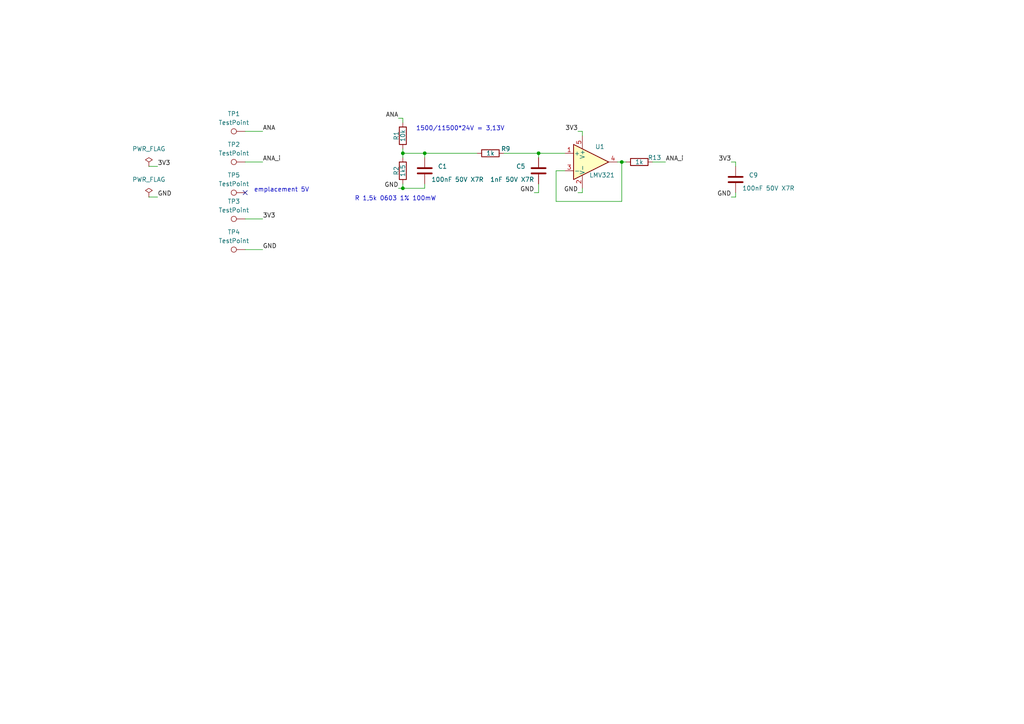
<source format=kicad_sch>
(kicad_sch (version 20231120) (generator "eeschema") (generator_version "8.0")
  (paper "A4")
  (title_block (title "IN ANA ") (date "2024-12-03") (rev "0"))
  (lib_symbols
    (symbol "Amplifier_Operational:LMV321" (pin_names (offset 0.127))
      (property "Reference" "U" (at 0 5.08 0))
      (property "Value" "LMV321" (at 0 -5.08 0))
      (symbol "LMV321_0_1"
        (polyline (pts (xy -5.08 5.08) (xy 5.08 0) (xy -5.08 -5.08) (xy -5.08 5.08)) (stroke (width 0.254)) (fill (type background)))
        (pin power_in line (at -2.54 -7.62 90) (length 3.81) (name "V-") (number "2"))
        (pin power_in line (at -2.54 7.62 270) (length 3.81) (name "V+") (number "5"))
      )
      (symbol "LMV321_1_1"
        (pin input line (at -7.62 2.54 0) (length 2.54) (name "+") (number "1"))
        (pin input line (at -7.62 -2.54 0) (length 2.54) (name "-") (number "3"))
        (pin output line (at 7.62 0 180) (length 2.54) (name "~") (number "4"))
      )
    )
    (symbol "Connector:TestPoint" (pin_numbers hide) (pin_names (offset 0.762) hide)
      (property "Reference" "TP" (at 0 6.858 0))
      (property "Value" "TestPoint" (at 0 5.08 0))
      (symbol "TestPoint_0_1"
        (circle (center 0 3.302) (radius 0.762))
      )
      (symbol "TestPoint_1_1"
        (pin passive line (at 0 0 90) (length 2.54) (name "1") (number "1"))
      )
    )
    (symbol "Device:C" (pin_numbers hide) (pin_names (offset 0.254))
      (property "Reference" "C" (at 0.635 2.54 0))
      (property "Value" "C" (at 0.635 -2.54 0))
      (symbol "C_0_1"
        (polyline (pts (xy -2.032 -0.762) (xy 2.032 -0.762)) (stroke (width 0.508)))
        (polyline (pts (xy -2.032 0.762) (xy 2.032 0.762)) (stroke (width 0.508)))
      )
      (symbol "C_1_1"
        (pin passive line (at 0 3.81 270) (length 2.794) (name "~") (number "1"))
        (pin passive line (at 0 -3.81 90) (length 2.794) (name "~") (number "2"))
      )
    )
    (symbol "Device:R" (pin_numbers hide) (pin_names (offset 0))
      (property "Reference" "R" (at 2.032 0 90))
      (property "Value" "R" (at 0 0 90))
      (symbol "R_0_1"
        (rectangle (start -1.016 -2.54) (end 1.016 2.54) (stroke (width 0.254)))
      )
      (symbol "R_1_1"
        (pin passive line (at 0 3.81 270) (length 1.27) (name "~") (number "1"))
        (pin passive line (at 0 -3.81 90) (length 1.27) (name "~") (number "2"))
      )
    )
    (symbol "power:PWR_FLAG" (power) (pin_numbers hide) (pin_names (offset 0) hide)
      (property "Value" "PWR_FLAG" (at 0 3.81 0))
      (symbol "PWR_FLAG_0_0"
        (pin power_out line (at 0 0 90) (length 0) (name "~") (number "1"))
      )
      (symbol "PWR_FLAG_0_1"
        (polyline (pts (xy 0 0) (xy 0 1.27) (xy -1.016 1.905) (xy 0 2.54) (xy 1.016 1.905) (xy 0 1.27)))
      )
    )
  )
  (junction (at 156.21 44.45))
  (junction (at 123.19 44.45))
  (junction (at 116.84 44.45))
  (junction (at 180.34 46.99))
  (junction (at 116.84 54.61))
  (no_connect (at 71.12 55.88))
  (wire (pts (xy 116.84 44.45) (xy 116.84 45.72)))
  (wire (pts (xy 43.18 48.26) (xy 45.72 48.26)))
  (wire (pts (xy 213.36 46.99) (xy 212.09 46.99)))
  (wire (pts (xy 180.34 58.42) (xy 161.29 58.42)))
  (wire (pts (xy 156.21 55.88) (xy 156.21 53.34)))
  (wire (pts (xy 123.19 54.61) (xy 116.84 54.61)))
  (wire (pts (xy 179.07 46.99) (xy 180.34 46.99)))
  (wire (pts (xy 212.09 57.15) (xy 213.36 57.15)))
  (wire (pts (xy 115.57 34.29) (xy 116.84 34.29)))
  (wire (pts (xy 189.23 46.99) (xy 193.04 46.99)))
  (wire (pts (xy 123.19 44.45) (xy 138.43 44.45)))
  (wire (pts (xy 161.29 58.42) (xy 161.29 49.53)))
  (wire (pts (xy 180.34 46.99) (xy 181.61 46.99)))
  (wire (pts (xy 116.84 43.18) (xy 116.84 44.45)))
  (wire (pts (xy 168.91 55.88) (xy 168.91 54.61)))
  (wire (pts (xy 168.91 38.1) (xy 168.91 39.37)))
  (wire (pts (xy 123.19 44.45) (xy 123.19 45.72)))
  (wire (pts (xy 167.64 55.88) (xy 168.91 55.88)))
  (wire (pts (xy 43.18 57.15) (xy 45.72 57.15)))
  (wire (pts (xy 71.12 72.39) (xy 76.2 72.39)))
  (wire (pts (xy 71.12 46.99) (xy 76.2 46.99)))
  (wire (pts (xy 213.36 48.26) (xy 213.36 46.99)))
  (wire (pts (xy 156.21 44.45) (xy 163.83 44.45)))
  (wire (pts (xy 115.57 54.61) (xy 116.84 54.61)))
  (wire (pts (xy 123.19 53.34) (xy 123.19 54.61)))
  (wire (pts (xy 161.29 49.53) (xy 163.83 49.53)))
  (wire (pts (xy 116.84 44.45) (xy 123.19 44.45)))
  (wire (pts (xy 167.64 38.1) (xy 168.91 38.1)))
  (wire (pts (xy 180.34 46.99) (xy 180.34 58.42)))
  (wire (pts (xy 213.36 57.15) (xy 213.36 55.88)))
  (wire (pts (xy 116.84 54.61) (xy 116.84 53.34)))
  (wire (pts (xy 146.05 44.45) (xy 156.21 44.45)))
  (wire (pts (xy 154.94 55.88) (xy 156.21 55.88)))
  (wire (pts (xy 71.12 38.1) (xy 76.2 38.1)))
  (wire (pts (xy 116.84 34.29) (xy 116.84 35.56)))
  (wire (pts (xy 71.12 63.5) (xy 76.2 63.5)))
  (wire (pts (xy 156.21 44.45) (xy 156.21 45.72)))
  (text "R 1,5k 0603 1% 100mW" (at 102.87 58.42 0) (effects (font (size 1.27 1.27)) (justify left bottom)))
  (text "1500/11500*24V = 3,13V" (at 120.65 38.1 0) (effects (font (size 1.27 1.27)) (justify left bottom)))
  (text "emplacement 5V" (at 73.66 55.88 0) (effects (font (size 1.27 1.27)) (justify left bottom)))
  (label "GND" (at 212.09 57.15 180))
  (label "3V3" (at 167.64 38.1 180))
  (label "GND" (at 167.64 55.88 180))
  (label "GND" (at 45.72 57.15 0))
  (label "ANA" (at 115.57 34.29 180))
  (label "GND" (at 76.2 72.39 0))
  (label "3V3" (at 76.2 63.5 0))
  (label "ANA_i" (at 193.04 46.99 0))
  (label "GND" (at 115.57 54.61 180))
  (label "3V3" (at 45.72 48.26 0))
  (label "3V3" (at 212.09 46.99 180))
  (label "GND" (at 154.94 55.88 180))
  (label "ANA_i" (at 76.2 46.99 0))
  (label "ANA" (at 76.2 38.1 0))
  (symbol (lib_id "Device:R") (at 116.84 39.37 0) (mirror x) (unit 1)
    (property "Reference" "R1" (at 114.935 39.37 90))
    (property "Value" "10k" (at 116.84 39.37 90))
    (property "Footprint" "Resistor_SMD:R_0603_1608Metric" (effects (hide yes)))
    (property "LCSC" "C25804" (effects (hide yes)))
  )
  (symbol (lib_id "Device:C") (at 123.19 49.53 0) (unit 1)
    (property "Reference" "C1" (at 127 48.2599 0) (effects (justify left)))
    (property "Value" "100nF 50V X7R" (at 125.095 52.07 0) (effects (justify left)))
    (property "Footprint" "Capacitor_SMD:C_0603_1608Metric" (effects (hide yes)))
    (property "LCSC" "C14663" (effects (hide yes)))
  )
  (symbol (lib_id "Connector:TestPoint") (at 71.12 46.99 90) (unit 1) (in_bom no)
    (property "Reference" "TP2" (at 67.818 41.91 90))
    (property "Value" "TestPoint" (at 67.818 44.45 90))
    (property "Footprint" "Chimere_comps:Pastille" (effects (hide yes)))
  )
  (symbol (lib_id "Connector:TestPoint") (at 71.12 63.5 90) (unit 1) (in_bom no)
    (property "Reference" "TP3" (at 67.818 58.42 90))
    (property "Value" "TestPoint" (at 67.818 60.96 90))
    (property "Footprint" "Chimere_comps:Pastille" (effects (hide yes)))
  )
  (symbol (lib_id "Device:R") (at 185.42 46.99 90) (unit 1)
    (property "Reference" "R13" (at 189.865 45.72 90))
    (property "Value" "1k" (at 185.42 46.99 90))
    (property "Footprint" "Resistor_SMD:R_0603_1608Metric" (effects (hide yes)))
    (property "LCSC" "C21190" (effects (hide yes)))
  )
  (symbol (lib_id "Device:R") (at 142.24 44.45 90) (unit 1)
    (property "Reference" "R9" (at 146.685 43.18 90))
    (property "Value" "1k" (at 142.24 44.45 90))
    (property "Footprint" "Resistor_SMD:R_0603_1608Metric" (effects (hide yes)))
    (property "LCSC" "C21190" (effects (hide yes)))
  )
  (symbol (lib_id "Connector:TestPoint") (at 71.12 72.39 90) (unit 1) (in_bom no)
    (property "Reference" "TP4" (at 67.818 67.31 90))
    (property "Value" "TestPoint" (at 67.818 69.85 90))
    (property "Footprint" "Chimere_comps:Pastille" (effects (hide yes)))
  )
  (symbol (lib_id "power:PWR_FLAG") (at 43.18 57.15 0) (unit 1)
    (property "Reference" "#FLG02" (effects (hide yes)))
    (property "Value" "PWR_FLAG" (at 43.18 52.07 0))
    (property "Description" "Special symbol for telling ERC where power comes from" (effects (hide yes)))
  )
  (symbol (lib_id "Amplifier_Operational:LMV321") (at 171.45 46.99 0) (unit 1)
    (property "Reference" "U1" (at 173.99 42.545 0))
    (property "Value" "LMV321" (at 174.625 50.8 0))
    (property "Footprint" "Package_TO_SOT_SMD:SOT-23-5" (effects (hide yes)))
    (property "Datasheet" "http://www.ti.com/lit/ds/symlink/lmv324.pdf" (effects (hide yes)))
    (property "LCSC" "C7972" (effects (hide yes)))
  )
  (symbol (lib_id "power:PWR_FLAG") (at 43.18 48.26 0) (unit 1)
    (property "Reference" "#FLG01" (effects (hide yes)))
    (property "Value" "PWR_FLAG" (at 43.18 43.18 0))
    (property "Description" "Special symbol for telling ERC where power comes from" (effects (hide yes)))
  )
  (symbol (lib_id "Device:R") (at 116.84 49.53 0) (mirror x) (unit 1)
    (property "Reference" "R2" (at 114.935 49.53 90))
    (property "Value" "1k5" (at 116.84 49.53 90))
    (property "Footprint" "Resistor_SMD:R_0603_1608Metric" (effects (hide yes)))
    (property "LCSC" "C22843" (effects (hide yes)))
  )
  (symbol (lib_id "Device:C") (at 156.21 49.53 0) (mirror y) (unit 1)
    (property "Reference" "C5" (at 152.4 48.2599 0) (effects (justify left)))
    (property "Value" "1nF 50V X7R" (at 154.94 52.07 0) (effects (justify left)))
    (property "Footprint" "Capacitor_SMD:C_0603_1608Metric" (effects (hide yes)))
    (property "LCSC" "C1588" (effects (hide yes)))
  )
  (symbol (lib_id "Connector:TestPoint") (at 71.12 38.1 90) (unit 1) (in_bom no)
    (property "Reference" "TP1" (at 67.818 33.02 90))
    (property "Value" "TestPoint" (at 67.818 35.56 90))
    (property "Footprint" "Chimere_comps:Pastille" (effects (hide yes)))
  )
  (symbol (lib_id "Connector:TestPoint") (at 71.12 55.88 90) (unit 1) (in_bom no)
    (property "Reference" "TP5" (at 67.818 50.8 90))
    (property "Value" "TestPoint" (at 67.818 53.34 90))
    (property "Footprint" "Chimere_comps:Pastille" (effects (hide yes)))
  )
  (symbol (lib_id "Device:C") (at 213.36 52.07 0) (unit 1)
    (property "Reference" "C9" (at 217.17 50.7999 0) (effects (justify left)))
    (property "Value" "100nF 50V X7R" (at 215.265 54.61 0) (effects (justify left)))
    (property "Footprint" "Capacitor_SMD:C_0603_1608Metric" (effects (hide yes)))
    (property "LCSC" "C14663" (effects (hide yes)))
  )
)
</source>
